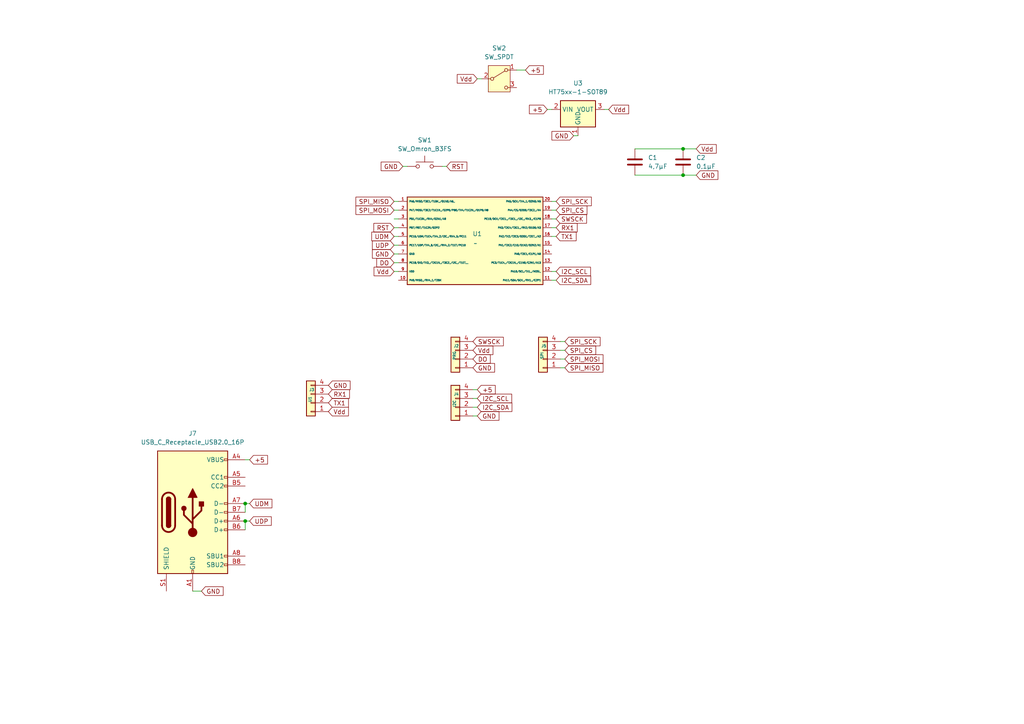
<source format=kicad_sch>
(kicad_sch (version 20250114) (generator "eeschema") (generator_version "9.0")
  (paper "A4")
  (lib_symbols
    (symbol "Connector:USB_C_Receptacle_USB2.0_16P" (pin_names (offset 1.016))
      (property "Reference" "J" (at 0 22.225 0))
      (property "Value" "USB_C_Receptacle_USB2.0_16P" (at 0 19.685 0))
      (symbol "USB_C_Receptacle_USB2.0_16P_0_0"
        (rectangle (start -0.254 -17.78) (end 0.254 -16.764))
        (rectangle (start 10.16 15.494) (end 9.144 14.986))
        (rectangle (start 10.16 10.414) (end 9.144 9.906))
        (rectangle (start 10.16 7.874) (end 9.144 7.366))
        (rectangle (start 10.16 2.794) (end 9.144 2.286))
        (rectangle (start 10.16 0.254) (end 9.144 -0.254))
        (rectangle (start 10.16 -2.286) (end 9.144 -2.794))
        (rectangle (start 10.16 -4.826) (end 9.144 -5.334))
        (rectangle (start 10.16 -12.446) (end 9.144 -12.954))
        (rectangle (start 10.16 -14.986) (end 9.144 -15.494))
      )
      (symbol "USB_C_Receptacle_USB2.0_16P_0_1"
        (rectangle (start -10.16 17.78) (end 10.16 -17.78) (stroke (width 0.254)) (fill (type background)))
        (polyline (pts (xy -8.89 -3.81) (xy -8.89 3.81)) (stroke (width 0.508)))
        (rectangle (start -7.62 -3.81) (end -6.35 3.81) (stroke (width 0.254)) (fill (type outline)))
        (arc (start -7.62 3.81) (mid -6.985 4.4423) (end -6.35 3.81) (stroke (width 0.254)))
        (arc (start -7.62 3.81) (mid -6.985 4.4423) (end -6.35 3.81) (stroke (width 0.254)) (fill (type outline)))
        (arc (start -8.89 3.81) (mid -6.985 5.7067) (end -5.08 3.81) (stroke (width 0.508)))
        (arc (start -5.08 -3.81) (mid -6.985 -5.7067) (end -8.89 -3.81) (stroke (width 0.508)))
        (arc (start -6.35 -3.81) (mid -6.985 -4.4423) (end -7.62 -3.81) (stroke (width 0.254)))
        (arc (start -6.35 -3.81) (mid -6.985 -4.4423) (end -7.62 -3.81) (stroke (width 0.254)) (fill (type outline)))
        (polyline (pts (xy -5.08 3.81) (xy -5.08 -3.81)) (stroke (width 0.508)))
        (circle (center -2.54 1.143) (radius 0.635) (stroke (width 0.254)) (fill (type outline)))
        (polyline (pts (xy -1.27 4.318) (xy 0 6.858) (xy 1.27 4.318) (xy -1.27 4.318)) (stroke (width 0.254)) (fill (type outline)))
        (polyline (pts (xy 0 -2.032) (xy 2.54 0.508) (xy 2.54 1.778)) (stroke (width 0.508)))
        (polyline (pts (xy 0 -3.302) (xy -2.54 -0.762) (xy -2.54 0.508)) (stroke (width 0.508)))
        (polyline (pts (xy 0 -5.842) (xy 0 4.318)) (stroke (width 0.508)))
        (circle (center 0 -5.842) (radius 1.27) (fill (type outline)))
        (rectangle (start 1.905 1.778) (end 3.175 3.048) (stroke (width 0.254)) (fill (type outline)))
      )
      (symbol "USB_C_Receptacle_USB2.0_16P_1_1"
        (pin passive line (at -7.62 -22.86 90) (length 5.08) (name "SHIELD") (number "S1"))
        (pin passive line (at 0 -22.86 90) (length 5.08) (name "GND") (number "A1"))
        (pin passive line (at 0 -22.86 90) (length 5.08) (hide yes) (name "GND") (number "A12"))
        (pin passive line (at 0 -22.86 90) (length 5.08) (hide yes) (name "GND") (number "B1"))
        (pin passive line (at 0 -22.86 90) (length 5.08) (hide yes) (name "GND") (number "B12"))
        (pin passive line (at 15.24 15.24 180) (length 5.08) (name "VBUS") (number "A4"))
        (pin passive line (at 15.24 15.24 180) (length 5.08) (hide yes) (name "VBUS") (number "A9"))
        (pin passive line (at 15.24 15.24 180) (length 5.08) (hide yes) (name "VBUS") (number "B4"))
        (pin passive line (at 15.24 15.24 180) (length 5.08) (hide yes) (name "VBUS") (number "B9"))
        (pin bidirectional line (at 15.24 10.16 180) (length 5.08) (name "CC1") (number "A5"))
        (pin bidirectional line (at 15.24 7.62 180) (length 5.08) (name "CC2") (number "B5"))
        (pin bidirectional line (at 15.24 2.54 180) (length 5.08) (name "D-") (number "A7"))
        (pin bidirectional line (at 15.24 0 180) (length 5.08) (name "D-") (number "B7"))
        (pin bidirectional line (at 15.24 -2.54 180) (length 5.08) (name "D+") (number "A6"))
        (pin bidirectional line (at 15.24 -5.08 180) (length 5.08) (name "D+") (number "B6"))
        (pin bidirectional line (at 15.24 -12.7 180) (length 5.08) (name "SBU1") (number "A8"))
        (pin bidirectional line (at 15.24 -15.24 180) (length 5.08) (name "SBU2") (number "B8"))
      )
    )
    (symbol "Connector_Generic:Conn_01x04" (pin_names (offset 1.016) (hide yes))
      (property "Reference" "J" (at 0 5.08 0))
      (property "Value" "Conn_01x04" (at 0 -7.62 0))
      (symbol "Conn_01x04_1_1"
        (rectangle (start -1.27 3.81) (end 1.27 -6.35) (stroke (width 0.254)) (fill (type background)))
        (rectangle (start -1.27 2.667) (end 0 2.413) (stroke (width 0.1524)))
        (rectangle (start -1.27 0.127) (end 0 -0.127) (stroke (width 0.1524)))
        (rectangle (start -1.27 -2.413) (end 0 -2.667) (stroke (width 0.1524)))
        (rectangle (start -1.27 -4.953) (end 0 -5.207) (stroke (width 0.1524)))
        (pin passive line (at -5.08 2.54 0) (length 3.81) (name "Pin_1") (number "1"))
        (pin passive line (at -5.08 0 0) (length 3.81) (name "Pin_2") (number "2"))
        (pin passive line (at -5.08 -2.54 0) (length 3.81) (name "Pin_3") (number "3"))
        (pin passive line (at -5.08 -5.08 0) (length 3.81) (name "Pin_4") (number "4"))
      )
    )
    (symbol "Device:C" (pin_numbers (hide yes)) (pin_names (offset 0.254))
      (property "Reference" "C" (at 0.635 2.54 0))
      (property "Value" "C" (at 0.635 -2.54 0))
      (symbol "C_0_1"
        (polyline (pts (xy -2.032 0.762) (xy 2.032 0.762)) (stroke (width 0.508)))
        (polyline (pts (xy -2.032 -0.762) (xy 2.032 -0.762)) (stroke (width 0.508)))
      )
      (symbol "C_1_1"
        (pin passive line (at 0 3.81 270) (length 2.794) (name "~") (number "1"))
        (pin passive line (at 0 -3.81 90) (length 2.794) (name "~") (number "2"))
      )
    )
    (symbol "Regulator_Linear:HT75xx-1-SOT89"
      (property "Reference" "U" (at -5.08 -3.81 0))
      (property "Value" "HT75xx-1-SOT89" (at 0 6.35 0))
      (symbol "HT75xx-1-SOT89_0_1"
        (rectangle (start -5.08 5.08) (end 5.08 -2.54) (stroke (width 0.254)) (fill (type background)))
      )
      (symbol "HT75xx-1-SOT89_1_1"
        (pin power_in line (at -7.62 2.54 0) (length 2.54) (name "VIN") (number "2"))
        (pin power_in line (at 0 -5.08 90) (length 2.54) (name "GND") (number "1"))
        (pin power_out line (at 7.62 2.54 180) (length 2.54) (name "VOUT") (number "3"))
      )
    )
    (symbol "Switch:SW_Omron_B3FS" (pin_numbers (hide yes)) (pin_names (offset 1.016) (hide yes))
      (property "Reference" "SW" (at 1.27 2.54 0))
      (property "Value" "SW_Omron_B3FS" (at 0 -1.524 0))
      (symbol "SW_Omron_B3FS_0_1"
        (circle (center -2.032 0) (radius 0.508))
        (polyline (pts (xy 0 1.27) (xy 0 3.048)))
        (circle (center 2.032 0) (radius 0.508))
        (polyline (pts (xy 2.54 1.27) (xy -2.54 1.27)))
        (pin passive line (at -5.08 0 0) (length 2.54) (name "1") (number "1"))
        (pin passive line (at 5.08 0 180) (length 2.54) (name "2") (number "2"))
      )
    )
    (symbol "Switch:SW_SPDT" (pin_names (offset 0) (hide yes))
      (property "Reference" "SW" (at 0 5.08 0))
      (property "Value" "SW_SPDT" (at 0 -5.08 0))
      (symbol "SW_SPDT_0_1"
        (circle (center -2.032 0) (radius 0.4572))
        (polyline (pts (xy -1.651 0.254) (xy 1.651 2.286)))
        (circle (center 2.032 2.54) (radius 0.4572))
        (circle (center 2.032 -2.54) (radius 0.4572))
      )
      (symbol "SW_SPDT_1_1"
        (rectangle (start -3.175 3.81) (end 3.175 -3.81) (fill (type background)))
        (pin passive line (at -5.08 0 0) (length 2.54) (name "B") (number "2"))
        (pin passive line (at 5.08 2.54 180) (length 2.54) (name "A") (number "1"))
        (pin passive line (at 5.08 -2.54 180) (length 2.54) (name "C") (number "3"))
      )
    )
    (symbol "svdkicadlib:CH32x033F8P8"
      (property "Reference" "U" (at -0.254 9.906 0))
      (symbol "CH32x033F8P8_0_1"
        (rectangle (start -20.32 11.43) (end 19.05 -13.97) (stroke (width 0.254)) (fill (type background)))
      )
      (symbol "CH32x033F8P8_1_1"
        (pin bidirectional line (at -22.86 10.16 0) (length 2.54) (name "PA6/MISO/T3C1/T1BK_/O1N0/A6_") (number "1"))
        (pin bidirectional line (at -22.86 7.62 0) (length 2.54) (name "PA7/MOSI/T3C2/T1C1N_/O2P0/PB0/TX4/T1C2N_/O1P0/A8") (number "2"))
        (pin bidirectional line (at -22.86 5.08 0) (length 2.54) (name "PB1/T1C3N_/RX4/O2N1/A9") (number "3"))
        (pin bidirectional line (at -22.86 2.54 0) (length 2.54) (name "PB7/RST/T1C2N/O2P2") (number "4"))
        (pin bidirectional line (at -22.86 0 0) (length 2.54) (name "PC16/UDM/T1C4/TX4_2/I2C_/RX4_5/PC11") (number "5"))
        (pin bidirectional line (at -22.86 -2.54 0) (length 2.54) (name "PC17/UDP/TX4_5/I2C_/RX4_2/T1ET/PC10") (number "6"))
        (pin power_in line (at -22.86 -5.08 0) (length 2.54) (name "GND") (number "7"))
        (pin bidirectional line (at -22.86 -7.62 0) (length 2.54) (name "PC18/DIO/TX3_/T2C1N_/T3C2_/I2C_/T1ET__") (number "8"))
        (pin power_in line (at -22.86 -10.16 0) (length 2.54) (name "VDD") (number "9"))
        (pin bidirectional line (at -22.86 -12.7 0) (length 2.54) (name "PA9/MISO_/RX4_1/T2BK") (number "10"))
        (pin bidirectional line (at 21.59 10.16 180) (length 2.54) (name "PA5/SCK/TX4_1/O2N0/A5") (number "20"))
        (pin bidirectional line (at 21.59 7.62 180) (length 2.54) (name "PA4/CS/O2O0/T3C2_/A4") (number "19"))
        (pin bidirectional line (at 21.59 5.08 180) (length 2.54) (name "PC19/DCK/T2C1_/T3C1_/I2C_/RX3_/C1P0") (number "18"))
        (pin bidirectional line (at 21.59 2.54 180) (length 2.54) (name "PA3/T2C4/T3C1_/RX2/O1O0/A3") (number "17"))
        (pin bidirectional line (at 21.59 0 180) (length 2.54) (name "PA2/TX2/T2C3/O2O1/T2ET_/A2") (number "16"))
        (pin bidirectional line (at 21.59 -2.54 180) (length 2.54) (name "PA1/T2C2/C1O/O1N2/O2N2/A1") (number "15"))
        (pin bidirectional line (at 21.59 -5.08 180) (length 2.54) (name "PA0/T2C1/C1P1/A0") (number "14"))
        (pin bidirectional line (at 21.59 -7.62 180) (length 2.54) (name "PC3/T1C4_/T2C1N_/C1N0/C2N1/A13") (number "13"))
        (pin bidirectional line (at 21.59 -10.16 180) (length 2.54) (name "PA10/SCL/TX1_/MOSI_") (number "12"))
        (pin bidirectional line (at 21.59 -12.7 180) (length 2.54) (name "PA11/SDA/SCK_/RX1_/C2P1") (number "11"))
      )
    )
  )
  (junction (at 198.12 43.18))
  (junction (at 71.12 151.13))
  (junction (at 71.12 146.05))
  (junction (at 198.12 50.8))
  (wire (pts (xy 162.56 99.06) (xy 163.83 99.06)))
  (wire (pts (xy 114.3 71.12) (xy 115.57 71.12)))
  (wire (pts (xy 114.3 58.42) (xy 115.57 58.42)))
  (wire (pts (xy 137.16 115.57) (xy 138.43 115.57)))
  (wire (pts (xy 114.3 76.2) (xy 115.57 76.2)))
  (wire (pts (xy 138.43 113.03) (xy 137.16 113.03)))
  (wire (pts (xy 114.3 63.5) (xy 115.57 63.5)))
  (wire (pts (xy 114.3 78.74) (xy 115.57 78.74)))
  (wire (pts (xy 162.56 101.6) (xy 163.83 101.6)))
  (wire (pts (xy 184.15 43.18) (xy 198.12 43.18)))
  (wire (pts (xy 162.56 106.68) (xy 163.83 106.68)))
  (wire (pts (xy 184.15 50.8) (xy 198.12 50.8)))
  (wire (pts (xy 72.39 133.35) (xy 71.12 133.35)))
  (wire (pts (xy 114.3 73.66) (xy 115.57 73.66)))
  (wire (pts (xy 198.12 50.8) (xy 201.93 50.8)))
  (wire (pts (xy 129.54 48.26) (xy 128.27 48.26)))
  (wire (pts (xy 138.43 22.86) (xy 139.7 22.86)))
  (wire (pts (xy 160.02 58.42) (xy 161.29 58.42)))
  (wire (pts (xy 137.16 118.11) (xy 138.43 118.11)))
  (wire (pts (xy 160.02 81.28) (xy 161.29 81.28)))
  (wire (pts (xy 71.12 151.13) (xy 72.39 151.13)))
  (wire (pts (xy 114.3 68.58) (xy 115.57 68.58)))
  (wire (pts (xy 158.75 31.75) (xy 160.02 31.75)))
  (wire (pts (xy 162.56 104.14) (xy 163.83 104.14)))
  (wire (pts (xy 160.02 60.96) (xy 161.29 60.96)))
  (wire (pts (xy 160.02 63.5) (xy 161.29 63.5)))
  (wire (pts (xy 175.26 31.75) (xy 176.53 31.75)))
  (wire (pts (xy 137.16 120.65) (xy 138.43 120.65)))
  (wire (pts (xy 114.3 60.96) (xy 115.57 60.96)))
  (wire (pts (xy 166.37 39.37) (xy 167.64 39.37)))
  (wire (pts (xy 58.42 171.45) (xy 55.88 171.45)))
  (wire (pts (xy 152.4 20.32) (xy 149.86 20.32)))
  (wire (pts (xy 198.12 43.18) (xy 201.93 43.18)))
  (wire (pts (xy 71.12 146.05) (xy 72.39 146.05)))
  (wire (pts (xy 160.02 78.74) (xy 161.29 78.74)))
  (wire (pts (xy 116.84 48.26) (xy 118.11 48.26)))
  (wire (pts (xy 160.02 68.58) (xy 161.29 68.58)))
  (wire (pts (xy 160.02 66.04) (xy 161.29 66.04)))
  (wire (pts (xy 71.12 151.13) (xy 71.12 153.67)))
  (wire (pts (xy 71.12 146.05) (xy 71.12 148.59)))
  (wire (pts (xy 114.3 66.04) (xy 115.57 66.04)))
  (global_label "I2C_SCL" (shape input) (at 161.29 78.74 0) (property "Intersheetrefs" "${INTERSHEET_REFS}" (effects (hide yes))))
  (global_label "Vdd" (shape input) (at 114.3 78.74 180) (property "Intersheetrefs" "${INTERSHEET_REFS}" (effects (hide yes))))
  (global_label "I2C_SCL" (shape input) (at 138.43 115.57 0) (property "Intersheetrefs" "${INTERSHEET_REFS}" (effects (hide yes))))
  (global_label "Vdd" (shape input) (at 201.93 43.18 0) (property "Intersheetrefs" "${INTERSHEET_REFS}" (effects (hide yes))))
  (global_label "UDP" (shape input) (at 114.3 71.12 180) (property "Intersheetrefs" "${INTERSHEET_REFS}" (effects (hide yes))))
  (global_label "DO" (shape input) (at 114.3 76.2 180) (property "Intersheetrefs" "${INTERSHEET_REFS}" (effects (hide yes))))
  (global_label "UDM" (shape input) (at 72.39 146.05 0) (property "Intersheetrefs" "${INTERSHEET_REFS}" (effects (hide yes))))
  (global_label "GND" (shape input) (at 95.25 111.76 0) (property "Intersheetrefs" "${INTERSHEET_REFS}" (effects (hide yes))))
  (global_label "RST" (shape input) (at 114.3 66.04 180) (property "Intersheetrefs" "${INTERSHEET_REFS}" (effects (hide yes))))
  (global_label "GND" (shape input) (at 138.43 120.65 0) (property "Intersheetrefs" "${INTERSHEET_REFS}" (effects (hide yes))))
  (global_label "GND" (shape input) (at 116.84 48.26 180) (property "Intersheetrefs" "${INTERSHEET_REFS}" (effects (hide yes))))
  (global_label "+5" (shape input) (at 138.43 113.03 0) (property "Intersheetrefs" "${INTERSHEET_REFS}" (effects (hide yes))))
  (global_label "SPI_CS" (shape input) (at 163.83 101.6 0) (property "Intersheetrefs" "${INTERSHEET_REFS}" (effects (hide yes))))
  (global_label "SPI_MOSI" (shape input) (at 163.83 104.14 0) (property "Intersheetrefs" "${INTERSHEET_REFS}" (effects (hide yes))))
  (global_label "SPI_MOSI" (shape input) (at 114.3 60.96 180) (property "Intersheetrefs" "${INTERSHEET_REFS}" (effects (hide yes))))
  (global_label "GND" (shape input) (at 114.3 73.66 180) (property "Intersheetrefs" "${INTERSHEET_REFS}" (effects (hide yes))))
  (global_label "SPI_MISO" (shape input) (at 163.83 106.68 0) (property "Intersheetrefs" "${INTERSHEET_REFS}" (effects (hide yes))))
  (global_label "SWSCK" (shape input) (at 137.16 99.06 0) (property "Intersheetrefs" "${INTERSHEET_REFS}" (effects (hide yes))))
  (global_label "Vdd" (shape input) (at 95.25 119.38 0) (property "Intersheetrefs" "${INTERSHEET_REFS}" (effects (hide yes))))
  (global_label "RX1" (shape input) (at 161.29 66.04 0) (property "Intersheetrefs" "${INTERSHEET_REFS}" (effects (hide yes))))
  (global_label "I2C_SDA" (shape input) (at 161.29 81.28 0) (property "Intersheetrefs" "${INTERSHEET_REFS}" (effects (hide yes))))
  (global_label "RX1" (shape input) (at 95.25 114.3 0) (property "Intersheetrefs" "${INTERSHEET_REFS}" (effects (hide yes))))
  (global_label "Vdd" (shape input) (at 138.43 22.86 180) (property "Intersheetrefs" "${INTERSHEET_REFS}" (effects (hide yes))))
  (global_label "GND" (shape input) (at 201.93 50.8 0) (property "Intersheetrefs" "${INTERSHEET_REFS}" (effects (hide yes))))
  (global_label "I2C_SDA" (shape input) (at 138.43 118.11 0) (property "Intersheetrefs" "${INTERSHEET_REFS}" (effects (hide yes))))
  (global_label "SPI_SCK" (shape input) (at 161.29 58.42 0) (property "Intersheetrefs" "${INTERSHEET_REFS}" (effects (hide yes))))
  (global_label "SPI_SCK" (shape input) (at 163.83 99.06 0) (property "Intersheetrefs" "${INTERSHEET_REFS}" (effects (hide yes))))
  (global_label "SWSCK" (shape input) (at 161.29 63.5 0) (property "Intersheetrefs" "${INTERSHEET_REFS}" (effects (hide yes))))
  (global_label "+5" (shape input) (at 158.75 31.75 180) (property "Intersheetrefs" "${INTERSHEET_REFS}" (effects (hide yes))))
  (global_label "+5" (shape input) (at 152.4 20.32 0) (property "Intersheetrefs" "${INTERSHEET_REFS}" (effects (hide yes))))
  (global_label "GND" (shape input) (at 58.42 171.45 0) (property "Intersheetrefs" "${INTERSHEET_REFS}" (effects (hide yes))))
  (global_label "TX1" (shape input) (at 95.25 116.84 0) (property "Intersheetrefs" "${INTERSHEET_REFS}" (effects (hide yes))))
  (global_label "Vdd" (shape input) (at 137.16 101.6 0) (property "Intersheetrefs" "${INTERSHEET_REFS}" (effects (hide yes))))
  (global_label "GND" (shape input) (at 166.37 39.37 180) (property "Intersheetrefs" "${INTERSHEET_REFS}" (effects (hide yes))))
  (global_label "RST" (shape input) (at 129.54 48.26 0) (property "Intersheetrefs" "${INTERSHEET_REFS}" (effects (hide yes))))
  (global_label "SPI_MISO" (shape input) (at 114.3 58.42 180) (property "Intersheetrefs" "${INTERSHEET_REFS}" (effects (hide yes))))
  (global_label "GND" (shape input) (at 137.16 106.68 0) (property "Intersheetrefs" "${INTERSHEET_REFS}" (effects (hide yes))))
  (global_label "UDM" (shape input) (at 114.3 68.58 180) (property "Intersheetrefs" "${INTERSHEET_REFS}" (effects (hide yes))))
  (global_label "TX1" (shape input) (at 161.29 68.58 0) (property "Intersheetrefs" "${INTERSHEET_REFS}" (effects (hide yes))))
  (global_label "UDP" (shape input) (at 72.39 151.13 0) (property "Intersheetrefs" "${INTERSHEET_REFS}" (effects (hide yes))))
  (global_label "DO" (shape input) (at 137.16 104.14 0) (property "Intersheetrefs" "${INTERSHEET_REFS}" (effects (hide yes))))
  (global_label "+5" (shape input) (at 72.39 133.35 0) (property "Intersheetrefs" "${INTERSHEET_REFS}" (effects (hide yes))))
  (global_label "Vdd" (shape input) (at 176.53 31.75 0) (property "Intersheetrefs" "${INTERSHEET_REFS}" (effects (hide yes))))
  (global_label "SPI_CS" (shape input) (at 161.29 60.96 0) (property "Intersheetrefs" "${INTERSHEET_REFS}" (effects (hide yes))))
  (symbol (lib_id "Connector_Generic:Conn_01x04") (at 90.17 116.84 180) (unit 1)
    (property "Reference" "J3" (at 90.424 113.03 0) (effects (font (size 0.8 0.8))))
    (property "Value" "U1" (at 89.916 115.824 90) (effects (font (size 0.8 0.8))))
    (property "Footprint" "Connector_PinHeader_2.54mm:PinHeader_1x04_P2.54mm_Vertical" (effects (hide yes)))
  )
  (symbol (lib_id "Regulator_Linear:HT75xx-1-SOT89") (at 167.64 34.29 0) (unit 1)
    (property "Reference" "U3" (at 167.64 24.13 0))
    (property "Value" "HT75xx-1-SOT89" (at 167.64 26.67 0))
    (property "Footprint" "Package_TO_SOT_SMD:SOT-89-3" (effects (hide yes)))
    (property "Datasheet" "https://www.holtek.com/documents/10179/116711/HT75xx-1v250.pdf" (effects (hide yes)))
    (property "Description" "100mA Low Dropout Voltage Regulator, Fixed Output, SOT89" (effects (hide yes)))
  )
  (symbol (lib_id "Connector_Generic:Conn_01x04") (at 132.08 118.11 180) (unit 1)
    (property "Reference" "J4" (at 132.334 114.3 0) (effects (font (size 0.8 0.8))))
    (property "Value" "I2C" (at 131.826 117.094 90) (effects (font (size 0.8 0.8))))
    (property "Footprint" "Connector_PinHeader_2.54mm:PinHeader_1x04_P2.54mm_Vertical" (effects (hide yes)))
  )
  (symbol (lib_id "Connector_Generic:Conn_01x04") (at 157.48 104.14 180) (unit 1)
    (property "Reference" "J5" (at 157.734 100.33 0) (effects (font (size 0.8 0.8))))
    (property "Value" "SPI" (at 157.226 103.124 90) (effects (font (size 0.8 0.8))))
    (property "Footprint" "Connector_PinHeader_2.54mm:PinHeader_1x04_P2.54mm_Vertical" (effects (hide yes)))
  )
  (symbol (lib_id "Connector:USB_C_Receptacle_USB2.0_16P") (at 55.88 148.59 0) (unit 1)
    (property "Reference" "J7" (at 55.88 125.73 0))
    (property "Value" "USB_C_Receptacle_USB2.0_16P" (at 55.88 128.27 0))
    (property "Footprint" "Connector_USB:USB_C_Receptacle_HRO_TYPE-C-31-M-12" (effects (hide yes)))
    (property "Datasheet" "https://www.usb.org/sites/default/files/documents/usb_type-c.zip" (effects (hide yes)))
    (property "Description" "USB 2.0-only 16P Type-C Receptacle connector" (effects (hide yes)))
  )
  (symbol (lib_id "Connector_Generic:Conn_01x04") (at 132.08 104.14 180) (unit 1)
    (property "Reference" "J2" (at 132.334 100.33 0) (effects (font (size 0.8 0.8))))
    (property "Value" "PRG" (at 131.826 103.124 90) (effects (font (size 0.8 0.8))))
    (property "Footprint" "Connector_PinHeader_2.54mm:PinHeader_1x04_P2.54mm_Vertical" (effects (hide yes)))
  )
  (symbol (lib_id "Switch:SW_Omron_B3FS") (at 123.19 48.26 0) (unit 1)
    (property "Reference" "SW1" (at 123.19 40.64 0))
    (property "Value" "SW_Omron_B3FS" (at 123.19 43.18 0))
    (property "Footprint" "Button_Switch_SMD:SW_SPST_Omron_B3FS-105xP" (effects (hide yes)))
    (property "Datasheet" "https://omronfs.omron.com/en_US/ecb/products/pdf/en-b3fs.pdf" (effects (hide yes)))
    (property "Description" "Omron B3FS 6x6mm single pole normally-open tactile switch" (effects (hide yes)))
  )
  (symbol (lib_id "svdkicadlib:CH32x033F8P8") (at 138.43 68.58 0) (unit 1)
    (property "Reference" "U1" (at 138.43 67.818 0))
    (property "Value" "~" (at 137.922 70.612 0))
    (property "Footprint" "Package_SO:TSSOP-20_4.4x6.5mm_P0.65mm" (effects (hide yes)))
  )
  (symbol (lib_id "Switch:SW_SPDT") (at 144.78 22.86 0) (unit 1)
    (property "Reference" "SW2" (at 144.78 13.97 0))
    (property "Value" "SW_SPDT" (at 144.78 16.51 0))
    (property "Footprint" "Button_Switch_SMD:SW_SPDT_PCM12" (effects (hide yes)))
    (property "Description" "Switch, single pole double throw" (effects (hide yes)))
  )
  (symbol (lib_id "Device:C") (at 184.15 46.99 0) (unit 1)
    (property "Reference" "C1" (at 187.96 45.7199 0) (effects (justify left)))
    (property "Value" "4,7µF" (at 187.96 48.2599 0) (effects (justify left)))
    (property "Footprint" "Capacitor_SMD:C_0805_2012Metric" (effects (hide yes)))
    (property "Description" "Unpolarized capacitor" (effects (hide yes)))
  )
  (symbol (lib_id "Device:C") (at 198.12 46.99 0) (unit 1)
    (property "Reference" "C2" (at 201.93 45.7199 0) (effects (justify left)))
    (property "Value" "0,1µF" (at 201.93 48.2599 0) (effects (justify left)))
    (property "Description" "Unpolarized capacitor" (effects (hide yes)))
  )
)
</source>
